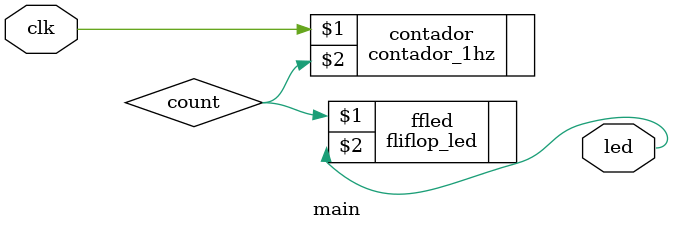
<source format=v>
module main (
	input clk,
	output led
);
	
	wire clk1Hz;
	contador_1hz contador (clk, count);
	fliflop_led ffled(count, led); 

endmodule 
</source>
